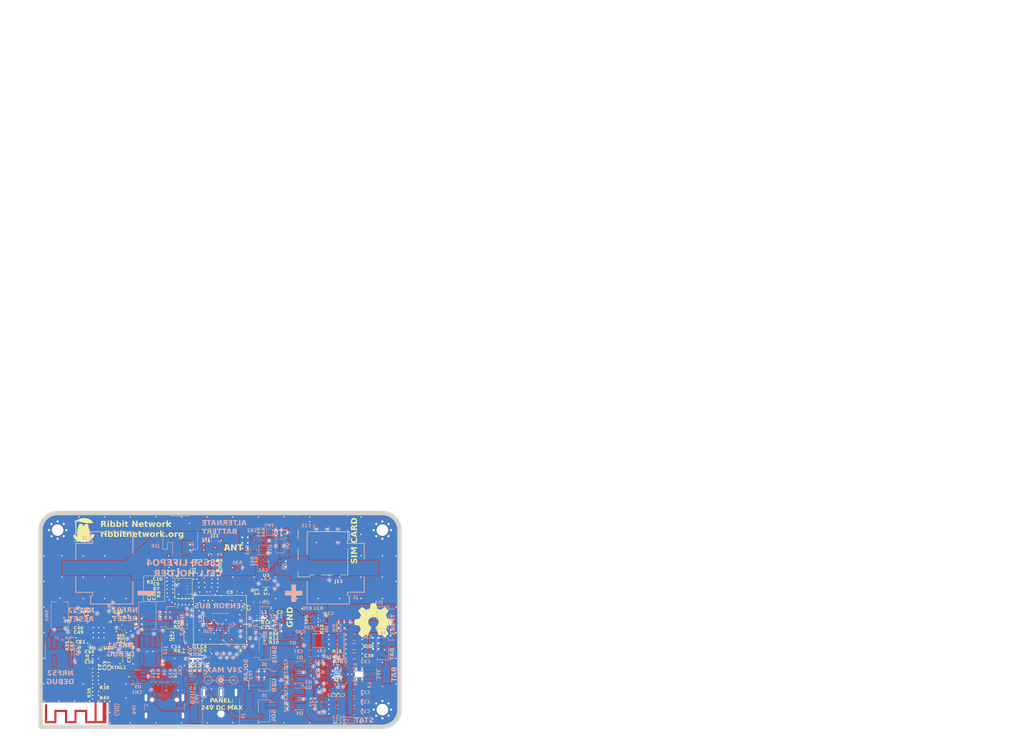
<source format=kicad_pcb>
(kicad_pcb
	(version 20241229)
	(generator "pcbnew")
	(generator_version "9.0")
	(general
		(thickness 1.611)
		(legacy_teardrops no)
	)
	(paper "A4")
	(layers
		(0 "F.Cu" signal)
		(4 "In1.Cu" power)
		(6 "In2.Cu" signal)
		(8 "In3.Cu" signal)
		(10 "In4.Cu" power)
		(2 "B.Cu" signal)
		(9 "F.Adhes" user "F.Adhesive")
		(11 "B.Adhes" user "B.Adhesive")
		(13 "F.Paste" user)
		(15 "B.Paste" user)
		(5 "F.SilkS" user "F.Silkscreen")
		(7 "B.SilkS" user "B.Silkscreen")
		(1 "F.Mask" user)
		(3 "B.Mask" user)
		(17 "Dwgs.User" user "User.Drawings")
		(19 "Cmts.User" user "User.Comments")
		(21 "Eco1.User" user "User.Eco1")
		(23 "Eco2.User" user "User.Eco2")
		(25 "Edge.Cuts" user)
		(27 "Margin" user)
		(31 "F.CrtYd" user "F.Courtyard")
		(29 "B.CrtYd" user "B.Courtyard")
		(35 "F.Fab" user)
		(33 "B.Fab" user)
	)
	(setup
		(stackup
			(layer "F.SilkS"
				(type "Top Silk Screen")
				(color "White")
			)
			(layer "F.Paste"
				(type "Top Solder Paste")
			)
			(layer "F.Mask"
				(type "Top Solder Mask")
				(color "Green")
				(thickness 0.025)
			)
			(layer "F.Cu"
				(type "copper")
				(thickness 0.035)
			)
			(layer "dielectric 1"
				(type "prepreg")
				(color "#808080FF")
				(thickness 0.069)
				(material "FR4")
				(epsilon_r 4.5)
				(loss_tangent 0.02)
			)
			(layer "In1.Cu"
				(type "copper")
				(thickness 0.03)
			)
			(layer "dielectric 2"
				(type "core")
				(color "FR4 natural")
				(thickness 0.075)
				(material "FR4")
				(epsilon_r 4.5)
				(loss_tangent 0.02)
			)
			(layer "In2.Cu"
				(type "copper")
				(thickness 0.03)
			)
			(layer "dielectric 3"
				(type "prepreg")
				(color "FR4 natural")
				(thickness 0.109)
				(material "FR4")
				(epsilon_r 4.5)
				(loss_tangent 0.02) addsublayer
				(color "FR4 natural")
				(thickness 0.865)
				(material "FR4")
				(epsilon_r 4.5)
				(loss_tangent 0.02) addsublayer
				(color "FR4 natural")
				(thickness 0.109)
				(material "FR4")
				(epsilon_r 4.5)
				(loss_tangent 0.02)
			)
			(layer "In3.Cu"
				(type "copper")
				(thickness 0.03)
			)
			(layer "dielectric 4"
				(type "core")
				(color "FR4 natural")
				(thickness 0.075)
				(material "FR4")
				(epsilon_r 4.5)
				(loss_tangent 0.02)
			)
			(layer "In4.Cu"
				(type "copper")
				(thickness 0.03)
			)
			(layer "dielectric 5"
				(type "prepreg")
				(thickness 0.069)
				(material "FR4")
				(epsilon_r 4.5)
				(loss_tangent 0.02)
			)
			(layer "B.Cu"
				(type "copper")
				(thickness 0.035)
			)
			(layer "B.Mask"
				(type "Bottom Solder Mask")
				(color "Green")
				(thickness 0.025)
			)
			(layer "B.Paste"
				(type "Bottom Solder Paste")
			)
			(layer "B.SilkS"
				(type "Bottom Silk Screen")
				(color "White")
			)
			(copper_finish "ENIG")
			(dielectric_constraints yes)
		)
		(pad_to_mask_clearance 0)
		(allow_soldermask_bridges_in_footprints no)
		(tenting none)
		(grid_origin 50.1 186.2)
		(pcbplotparams
			(layerselection 0x00000000_00000000_55555555_5757f5ff)
			(plot_on_all_layers_selection 0x00000000_00000000_00000000_00000000)
			(disableapertmacros no)
			(usegerberextensions no)
			(usegerberattributes yes)
			(usegerberadvancedattributes yes)
			(creategerberjobfile yes)
			(dashed_line_dash_ratio 12.000000)
			(dashed_line_gap_ratio 3.000000)
			(svgprecision 4)
			(plotframeref no)
			(mode 1)
			(useauxorigin no)
			(hpglpennumber 1)
			(hpglpenspeed 20)
			(hpglpendiameter 15.000000)
			(pdf_front_fp_property_popups yes)
			(pdf_back_fp_property_popups yes)
			(pdf_metadata yes)
			(pdf_single_document no)
			(dxfpolygonmode yes)
			(dxfimperialunits yes)
			(dxfusepcbnewfont yes)
			(psnegative no)
			(psa4output no)
			(plot_black_and_white yes)
			(plotinvisibletext no)
			(sketchpadsonfab no)
			(plotpadnumbers no)
			(hidednponfab no)
			(sketchdnponfab yes)
			(crossoutdnponfab yes)
			(subtractmaskfromsilk no)
			(outputformat 1)
			(mirror no)
			(drillshape 0)
			(scaleselection 1)
			(outputdirectory "outputs/PCB/")
		)
	)
	(net 0 "")
	(net 1 "GND")
	(net 2 "/PWR_nRF91")
	(net 3 "/nRF9151 - Power + RF/nRF91_VDD_GPIO")
	(net 4 "/nRF9151 - Power + RF/nRF91_VDD")
	(net 5 "Net-(U1A-DEC0)")
	(net 6 "/nRF9151 - Power + RF/LNA_EN_FILT")
	(net 7 "/nRF9151 - Power + RF/LNA_VCC_IN")
	(net 8 "/nRF9151 - GPIO + UICC/nRESET_FILT")
	(net 9 "VCC")
	(net 10 "/USB/PWR_USB_5V0_IN")
	(net 11 "/Power Management/ACDRV1_S")
	(net 12 "/Power Management/ACDRV1_G")
	(net 13 "/Power Management/ACDRV2_G")
	(net 14 "/Power Management/ACDRV2_S")
	(net 15 "/Power Management/PWR_VBUS")
	(net 16 "/Power Management/PMID")
	(net 17 "/PWR_USB_IN")
	(net 18 "/Power Management/REGN")
	(net 19 "/PWR_PANEL")
	(net 20 "/PWR_USB")
	(net 21 "/Power Management/BTST2")
	(net 22 "/Power Management/SW2")
	(net 23 "/Power Management/BTST1")
	(net 24 "/Power Management/SW1")
	(net 25 "/nRF52833/XC2")
	(net 26 "/PWR_3V3")
	(net 27 "/Power Management/CT")
	(net 28 "/Power Management/SDRV")
	(net 29 "/nRF52833/DEC3")
	(net 30 "/nRF52833/XC1")
	(net 31 "/nRF52833/ANT_MATCH")
	(net 32 "/PWR_nRF52")
	(net 33 "/nRF52833/DEC4_6")
	(net 34 "/USB/USB_CMC_D_P")
	(net 35 "/USB/USB_CC1")
	(net 36 "/USB/USB_CC2")
	(net 37 "/BAT_N")
	(net 38 "/USB/USB_CMC_D_N")
	(net 39 "Net-(U10-DEC1)")
	(net 40 "/nRF9151 - GPIO + UICC/LED_GREEN")
	(net 41 "/nRF9151 - GPIO + UICC/LED_RED")
	(net 42 "/nRF9151 - GPIO + UICC/LED_YELLOW")
	(net 43 "/nRF9151 - Power + RF/LTE_ANT")
	(net 44 "/nRF9151 - GPIO + UICC/APP_SIM_DETECT")
	(net 45 "/nRF9151 - GPIO + UICC/SIM_CLK_EXT")
	(net 46 "/nRF9151 - GPIO + UICC/SIM_RST_EXT")
	(net 47 "/nRF9151 - GPIO + UICC/SIM_IO_EXT")
	(net 48 "/PWR_BAT_IN")
	(net 49 "/PANEL_DETECT")
	(net 50 "/PWR_PANEL_IN")
	(net 51 "Net-(U10-P0.18{slash}RESET)")
	(net 52 "Net-(U10-DECUSB)")
	(net 53 "unconnected-(CN1-SBU2-PadB8)")
	(net 54 "unconnected-(CN1-SBU1-PadA8)")
	(net 55 "/I2C_SBUS.SDA")
	(net 56 "/I2C_SBUS.SCL")
	(net 57 "/nRF52833/nRF_GPIO0")
	(net 58 "unconnected-(J12-NC-Pad8)")
	(net 59 "/nRF52833/nRF52_SWCLK")
	(net 60 "/nRF52833/nRF91_SWD.nRESET")
	(net 61 "/nRF52_nRESET")
	(net 62 "/nRF52833/nRF52_SWDIO")
	(net 63 "unconnected-(J12-KEY-Pad7)")
	(net 64 "/nRF9151 - GPIO + UICC/SWO_UNUSED")
	(net 65 "unconnected-(J13-VPP{slash}SWP-PadC6)")
	(net 66 "/PWR_3V3_LS_OUT")
	(net 67 "/nRF9151 - Power + RF/FIL_OUT")
	(net 68 "/nRF9151 - Power + RF/AMP_IN")
	(net 69 "unconnected-(J15-NC-Pad8)")
	(net 70 "/nRF52833/ANT_BLE")
	(net 71 "/nRF52833/DCC_L")
	(net 72 "/nRF52833/DCC")
	(net 73 "Net-(U1A-ENABLE)")
	(net 74 "/nRF9151 - Power + RF/LTE_ANT_TUNED")
	(net 75 "/nRF9151 - GPIO + UICC/LNA_EN")
	(net 76 "unconnected-(J15-KEY-Pad7)")
	(net 77 "Net-(U6-LX2)")
	(net 78 "Net-(U6-LX1)")
	(net 79 "/Power Management/I2C_PMIC.SCL")
	(net 80 "/USB/USB_D_N")
	(net 81 "/USB/USB_D_P")
	(net 82 "/Power Management/ACDRV1")
	(net 83 "/Power Management/ACDRV2")
	(net 84 "/Power Management/PROG")
	(net 85 "/BOOST_PWM_EN")
	(net 86 "/Power Management/BATP")
	(net 87 "/nRF52833/RADIO")
	(net 88 "/nRF9151 - GPIO + UICC/SPI_FLASH_SCLK")
	(net 89 "/Power Management/TS")
	(net 90 "/Power Management/FB")
	(net 91 "/Power Management/ILIM_HIZ")
	(net 92 "unconnected-(U1C-COEX2-Pad54)")
	(net 93 "unconnected-(U1D-RESERVED-Pad82)")
	(net 94 "/Power Management/I2C_PMIC.SDA")
	(net 95 "unconnected-(U1D-RESERVED-Pad99)")
	(net 96 "/nRF9151 - GPIO + UICC/SPI_FLASH_SIO1")
	(net 97 "unconnected-(U1D-RESERVED-Pad31)")
	(net 98 "unconnected-(U1C-COEX1-Pad53)")
	(net 99 "unconnected-(U1C-MAGPIO0-Pad21)")
	(net 100 "/nRF9151 - GPIO + UICC/SIM_RST_IN")
	(net 101 "unconnected-(U1D-RESERVED-Pad103)")
	(net 102 "/nRF52833/nRF_GPIO2")
	(net 103 "unconnected-(U1C-SIM_DET-Pad26)")
	(net 104 "unconnected-(U1D-RESERVED-Pad101)")
	(net 105 "unconnected-(U1D-RESERVED-Pad32)")
	(net 106 "unconnected-(U1D-RESERVED-Pad33)")
	(net 107 "/nRF52833/UART0.TX")
	(net 108 "unconnected-(U1D-RESERVED-Pad90)")
	(net 109 "/nRF52833/BLE_SPI.MOSI")
	(net 110 "/nRF9151 - GPIO + UICC/SPI_FLASH_nHOLD{slash}SIO3")
	(net 111 "unconnected-(U1D-RESERVED-Pad92)")
	(net 112 "unconnected-(U1D-RESERVED-Pad100)")
	(net 113 "/nRF52833/BLE_SPI.nCS")
	(net 114 "unconnected-(U1D-RESERVED-Pad98)")
	(net 115 "/nRF52833/nRF_GPIO1")
	(net 116 "unconnected-(U1D-RESERVED-Pad84)")
	(net 117 "unconnected-(U1D-RESERVED-Pad86)")
	(net 118 "unconnected-(U1C-MAGPIO1-Pad22)")
	(net 119 "unconnected-(U1D-RESERVED-Pad91)")
	(net 120 "unconnected-(U1C-SDATA-Pad27)")
	(net 121 "unconnected-(U1C-MAGPIO2-Pad23)")
	(net 122 "unconnected-(U1C-SCLK-Pad28)")
	(net 123 "unconnected-(U1D-RESERVED-Pad96)")
	(net 124 "/nRF9151 - GPIO + UICC/SPI_FLASH_nWP{slash}SIO2")
	(net 125 "unconnected-(U1D-RESERVED-Pad81)")
	(net 126 "unconnected-(U1D-RESERVED-Pad104)")
	(net 127 "/nRF52833/nRF91_SWD.IO")
	(net 128 "/nRF9151 - GPIO + UICC/SIM_CLK_IN")
	(net 129 "unconnected-(U1C-VIO-Pad29)")
	(net 130 "/nRF52833/UART0.RX")
	(net 131 "unconnected-(U1D-RESERVED-Pad93)")
	(net 132 "unconnected-(U1D-RESERVED-Pad85)")
	(net 133 "/nRF52833/BLE_SPI.MISO")
	(net 134 "unconnected-(U1D-RESERVED-Pad97)")
	(net 135 "/nRF52833/BLE_SPI.CLK")
	(net 136 "unconnected-(U5-D+-Pad6)")
	(net 137 "unconnected-(U1D-RESERVED-Pad89)")
	(net 138 "unconnected-(U1D-RESERVED-Pad87)")
	(net 139 "unconnected-(U1D-RESERVED-Pad102)")
	(net 140 "/nRF9151 - Power + RF/GNSS_LNA_RF")
	(net 141 "/nRF9151 - GPIO + UICC/SIM_IO_IN")
	(net 142 "unconnected-(U1D-RESERVED-Pad94)")
	(net 143 "unconnected-(U1D-RESERVED-Pad83)")
	(net 144 "/nRF9151 - GPIO + UICC/SPI_FLASH_SI{slash}SIO0")
	(net 145 "/nRF9151 - GPIO + UICC/SPI_FLASH_nCS")
	(net 146 "/SBUS_EN")
	(net 147 "/nRF9151 - Power + RF/GNSS_RF")
	(net 148 "unconnected-(U1D-RESERVED-Pad88)")
	(net 149 "unconnected-(U1D-RESERVED-Pad95)")
	(net 150 "unconnected-(U5-D--Pad7)")
	(net 151 "unconnected-(U10-DEC5-Pad21)")
	(net 152 "/Power Management/nQON")
	(net 153 "/nRF52833/nRF_GPIO3")
	(net 154 "/nRF52833/nRF91_SWD.CLK")
	(net 155 "unconnected-(J15-SWO-Pad6)")
	(net 156 "/nRF52833/UART1.RX")
	(net 157 "/nRF52833/nRF91_SWD.SWO")
	(net 158 "/nRF52833/UART1.TX")
	(net 159 "/nRF52833/nRF_GPIO4")
	(net 160 "/BQ_nINT")
	(net 161 "/BQ_nCE")
	(net 162 "/Power Management/PWR_SYS")
	(net 163 "/Power Management/PWR_TPS63_VIN")
	(net 164 "/PWR_3V3_LS")
	(net 165 "/Battery Protection/VDD")
	(net 166 "/PWR_BATT")
	(net 167 "/nRF52833/RADIO_MATCH")
	(net 168 "Net-(D1-K)")
	(net 169 "Net-(D2-K)")
	(net 170 "Net-(D3-K)")
	(net 171 "/nRF9151 - GPIO + UICC/SCLK_TERM")
	(net 172 "/Battery Protection/CTR")
	(net 173 "/BAT_P")
	(net 174 "/Battery Protection/BAT_P_POL")
	(net 175 "/Battery Protection/CHG")
	(net 176 "/Battery Protection/DSG")
	(net 177 "/Battery Protection/BAT")
	(net 178 "/Battery Protection/PACK")
	(net 179 "/Power Management/STAT")
	(net 180 "unconnected-(U9-I{slash}O2-Pad3)")
	(net 181 "unconnected-(U9-I{slash}O1-Pad1)")
	(footprint "footprints:C_0402_1005Metric" (layer "F.Cu") (at 100.7 163))
	(footprint "footprints:R_0402_1005Metric" (layer "F.Cu") (at 87.4 170.3 90))
	(footprint "footprints:JAE_SF72S006VBDR2500" (layer "F.Cu") (at 115.18 145.685 180))
	(footprint "footprints:R_0402_1005Metric" (layer "F.Cu") (at 115.99 161.3 -90))
	(footprint "footprints:L_0402_1005Metric" (layer "F.Cu") (at 84.635 147.425))
	(footprint "footprints:R_0402_1005Metric" (layer "F.Cu") (at 82.45 152.275 180))
	(footprint "footprints:C_0201_0603Metric" (layer "F.Cu") (at 68.6 163.5 -90))
	(footprint "footprints:C_0201_0603Metric" (layer "F.Cu") (at 84.22 152.675))
	(footprint "footprints:R_0402_1005Metric" (layer "F.Cu") (at 100.7 161.9 180))
	(footprint "footprints:KOA_TEST_POINT_1206" (layer "F.Cu") (at 110.6 161.2 -90))
	(footprint "footprints:L_0402_1005Metric" (layer "F.Cu") (at 71.3 162.5 -90))
	(footprint "footprints:L_0603_1608Metric" (layer "F.Cu") (at 69.2 161.9))
	(footprint "footprints:C_0201_0603Metric" (layer "F.Cu") (at 69.8 170.1 -90))
	(footprint "footprints:R_0402_1005Metric" (layer "F.Cu") (at 100.7 160.6 180))
	(footprint "footprints:QFN-40-1EP_5x5mm_P0.4mm_EP3.6x3.6mm" (layer "F.Cu") (at 63.7 164.2 -90))
	(footprint "footprints:C_0201_0603Metric" (layer "F.Cu") (at 63.3 171.1))
	(footprint "footprints:R_0402_1005Metric" (layer "F.Cu") (at 85.2 170.3 90))
	(footprint "footprints:C_0201_0603Metric" (layer "F.Cu") (at 83.646 167.55545))
	(footprint "footprints:XTAL_MP06003_SMD_2016-4Pin_2.0x1.6mm"
		(layer "F.Cu")
		(uuid "385e6abd-8912-4e65-83ba-fea939d7eaff")
		(at 68 170.1 180)
		(descr "SMD Crystal SERIES SMD2016/4 http://www.q-crystal.com/upload/5/2015552223166229.pdf, 2.0x1.6mm^2 package")
		(tags "SMD SMT crystal")
		(property "Reference" "XTAL1"
			(at -0.3 -2.3 180)
			(layer "F.SilkS")
			(uuid "1879b462-78b3-4365-aeb4-4c57cac014cf")
			(effects
				(font
					(face "PT Mono")
					(size 0.8 0.762)
					(thickness 0.15)
					(bold yes)
				)
			)
			(render_cache "XTAL1" 0
				(polygon
					(pts
						(xy 66.935837 172.329585) (xy 66.724739 171.947296) (xy 66.895311 171.947296) (xy 67.004048 172.160325)
						(xy 67.028568 172.217478) (xy 67.052019 172.160325) (xy 67.162895 171.947296) (xy 67.328117 171.947296)
						(xy 67.113855 172.330709) (xy 67.334538 172.732) (xy 67.163966 172.732) (xy 67.049878 172.507785)
						(xy 67.021124 172.447261) (xy 66.993393 172.507785) (xy 66.874001 172.732) (xy 66.708733 172.732)
					)
				)
				(polygon
					(pts
						(xy 67.466585 172.610073) (xy 67.588117 172.610073) (xy 67.588117 172.069222) (xy 67.485755 172.069222)
						(xy 67.485755 172.20678) (xy 67.368504 172.20678) (xy 67.368504 171.947296) (xy 67.952666 171.947296)
						(xy 67.952666 172.20678) (xy 67.835415 172.20678) (xy 67.835415 172.069222) (xy 67.734169 172.069222)
						(xy 67.734169 172.610073) (xy 67.854631 172.610073) (xy 67.854631 172.732) (xy 67.466585 172.732)
					)
				)
				(polygon
					(pts
						(xy 68.613507 172.732) (xy 68.459964 172.732) (xy 68.406689 172.556926) (xy 68.183865 172.556926)
						(xy 68.132684 172.732) (xy 67.986632 172.732) (xy 68.077836 172.435) (xy 68.21797 172.435) (xy 68.377888 172.435)
						(xy 68.302186 172.172244) (xy 68.292602 172.172244) (xy 68.21797 172.435) (xy 68.077836 172.435)
						(xy 68.227602 171.947296) (xy 68.373654 171.947296)
					)
				)
				(polygon
					(pts
						(xy 69.061109 172.413116) (xy 69.193296 172.413116) (xy 69.193296 172.732) (xy 68.702888 172.732)
						(xy 68.702888 171.947296) (xy 68.84894 171.947296) (xy 68.84894 172.594442) (xy 69.061109 172.594442)
					)
				)
				(polygon
					(pts
						(xy 69.372243 172.610073) (xy 69.535325 172.610073) (xy 69.535325 172.118657) (xy 69.394623 172.23179)
						(xy 69.330647 172.142202) (xy 69.573711 171.947296) (xy 69.667512 171.947296) (xy 69.667512 172.610073)
						(xy 69.827429 172.610073) (xy 69.827429 172.732) (xy 69.372243 172.732)
					)
				)
			)
		)
		(property "Value" "32M"
			(at 0 2 180)
			(layer "F.Fab")
			(uuid "804206bb-3d73-47a0-a1ef-d55e987726bd")
			(effects
				(font
					(size 1 1)
					(thickness 0.15)
				)
			)
		)
		(property "Datasheet" "http://parts.djgood.ca/en/part/147/info"
			(at 0 0 180)
			(unlocked yes)
			(layer "F.Fab")
			(hide yes)
			(uuid "2172692b-583c-4b1d-b705-411c1f146a8b")
			(effects
				(font
					(size 1.27 1.27)
					(thickness 0.15)
				)
			)
		)
		(property "Description" "32 MHz ±10ppm Crystal 8pF 50 Ohms 4-SMD, No Lead"
			(at 0 0 180)
			(unlocked yes)
			(layer "F.Fab")
			(hide yes)
			(uuid "15080bc6-1f4a-4b64-bbbe-edf3d48ba14d")
			(effects
				(font
					(size 1.27 1.27)
					(thickness 0.15)
				)
			)
		)
		(property "Category" "Miscellaneous/Crystals"
			(at 0 0 180)
			(unlocked yes)
			(layer "F.Fab")
			(hide yes)
			(uuid "9aef04da-217a-4eb5-979b-84372f50322c")
			(effects
				(font
					(size 1 1)
					(thickness 0.15)
				)
			)
		)
		(property "MPN" "MP06003"
			(at 0 0 180)
			(unlocked yes)
			(layer "F.Fab")
			(hide yes)
			(uuid "94960919-ba10-4eeb-8360-2cb3ac335c2d")
			(effects
				(font
					(size 1 1)
					(thickness 0.15)
				)
			)
		)
		(property "Manufacturer" "Golledge Electronics Ltd"
			(at 0 0 180)
			(unlocked yes)
			(layer "F.Fab")
			(hide yes)
			(uuid "8ea7e13b-3ef4-4c8b-af03-c49709593698")
			(effects
				(font
					(size 1 1)
					(thickness 0.15)
				)
			)
		)
		(property "Manufacturing Status" "Active"
			(at 0 0 180)
			(unlocked yes)
			(layer "F.Fab")
			(hide yes)
			(uuid "3a48acb9-a76b-4698-8d71-0533cb3a2e30")
			(effects
				(font
					(size 1 1)
					(thickness 0.15)
				)
			)
		)
		(property "Part-DB Footprint" "4-SMD"
			(at 0 0 180)
			(unlocked yes)
			(layer "F.Fab")
			(hide yes)
			(uuid "89de35cb-025f-4315-8831-dede036ab9c8")
			(effects
				(font
					(size 1 1)
					(thickness 0.15)
				)
			)
		)
		(property "Part-DB ID" "147"
			(at 0 0 180)
			(unlocked yes)
			(layer "F.Fab")
			(hide yes)
			(uuid "8ee42b88-4f59-4ed4-b278-a4db25ce85dd")
			(effects
				(font
					(size 1 1)
					(thickness 0.15)
				)
			)
		)
		(property ki_fp_filters "Crystal*")
		(path "/420b862b-0729-4a30-988b-61e1201e05b5/9873efda-e8b3-43fa-877a-075e734081c5")
		(sheetname "/nRF52833/")
		(sheetfile "nrf52833.kicad_sch")
		(attr smd)
		(fp_line
			(start -1.35 1.15)
			(end 1.35 1.15)
			(stroke
				(width 0.12)
				(type solid)
			)
			(layer "F.SilkS")
			(uuid "4f8864e7-6623-4bfe-8de9-6da33427ad5f")
		)
		(fp_line
			(start -1.35 -1.15)
			(end -1.35 1.15)
			(stroke
				(width 0.12)
				(type solid)
			)
			(layer "F.SilkS")
			(uuid "764cc028-cdf0-40fd-99e1-15bef51c576b")
		)
		(fp_line
			(start 1.4 1.15)
			(end 1.4 -1.15)
			(stroke
				(width 0.05)
				(type solid)
			)
			(layer "F.CrtYd")
			(uuid "e1a845ce-d2bf-46b4-be82-66d651b479eb")
		)
		(fp_line
			(start 1.4 -1.15)
			(end -1.4 -1.15)
			(stroke
				(width 0.05)
				(type solid)
			)
			(layer "F.CrtYd")
			(uuid "b8fd671c-2158-45d0-b22a-c686c284ceef")
		)
		(fp_line
			(start -1.4 1.15)
			(end 1.4 1.15)
			(stroke
				(width 0.05)
				(type solid)
			)
			(layer "F.CrtYd")
			(uuid "8da8a049-8830-477e-b84f-7448990d08a0")
		)
		(fp_line
			(start -1.4 -1.15)
			(end -1.4 1.15)
			(stroke
				(width 0.05)
				(type solid)
			)
			(layer "F.CrtYd")
			(uuid "009726d5-6be0-451a-9ca8-2021eb5650bb")
		)
		(fp_line
			(start 1 0.7)
			(end 0.9 0.8)
			(stroke
				(width 0.1)
				(type solid)
			)
			(layer "F.Fab")
			(uuid "1ba49aef-3024-4d25-b1b8-3d1945c47355")
		)
		(fp_line
			(start 1 -0.7)
			(end 1 0.7)
			(stroke
				(width 0.1)
				(type solid)
			)
			(layer "F.Fab")
			(uuid "e7b55f63-8e83-4260-84db-74b19566d1b1")
		)
		(fp_line
			(start 0.9 0.8)
			(end -0.9 0.8)
			(stroke
				(width 0.1)
				(type solid)
			)
			(layer "F.Fab")
			(uuid "754ae679-996b-441a-8758-17b78d915b05")
		)
		(fp_line
			(start 0.9 -0.8)
			(end 1 -0.7)
			(stroke
				(width 0.1)
				(type solid)
			)
			(layer "F.Fab")
			(uuid "783b1923-2f0a-44c2-8a56-96cf1a3f8976")
		)
		(fp_line
			(start -0.9 0.8)
			(end -1 0.7)
			(stroke
				(width 0.1)
				(type solid)
			)
			(layer "F.Fab")
			(uuid "2dee07a9-3dc7-4cf8-bdc4-ea40dbbc484f")
		)
		(fp_line
			(start -0.9 -0.8)
			(end 0.9 -0.8)
			(stroke
				(width 0.1)
				(type solid)
			)
			(layer "F.Fab")
			(uuid "f0bafe19-900f-4c96-9aaf-c1416606c2b8")
		)
		(fp_line
			(start -1 0.7)
			(end -1 -0.7)
			(stroke
				(width 0.1)
				(type solid)
			)
			(layer "F.Fab")
			(uuid "6ed8cc8e-d834-46e0-a7ad-03900bd650c3")
		)
		(fp_line
			(start -1 0.3)
			(end -0.5 0.8)
			(stroke
				(width 0.1)
				(type solid)
			)
			(layer "F.Fab")
			(uuid "a191c0b2-23c1-47ab-be59-9935493d81c1")
		)
		(fp_line
			(start -1 -0.7)
			(end -0.9 -0.8)
			(stroke
				(width 0.1)
				(type solid)
			)
			(layer "F.Fab")
			(uuid "4bc4c89b-ed83-43ab-991d-da091166f4b5")
		)
		(fp_text user "${REFERENCE}"
			(at 0 0 180)
			(layer "F.Fab")
			(uuid "52385e11-dd72-4958-ad68-898e6e1b07cb")
			(effects
				(font
					(size 0.5 0.5)
					(thickness 0.075)
				)
			)
		)
		(pad "1" smd rect
			(at -0.725 0.575 180)
			(size 0.95 0.85)
			(layers "F.Cu" "F.Mask" "F.Paste")
			(net 25 "/nRF52833/XC2")
			(pinfunction "1")
			(pintype "passive")
			(uuid "cc081d0e-cb49-4d0c-91a9-ed681b89db53")
		)
		(pad "2" smd rect
			(at 0.725 0.575 180)
			(size 0.95 0.85)
			(layers "F.Cu" "F.Mask" "F.Paste")
			(net 1 "GND")
			(pinfunction "2")
			(pintype "passive")
			(uuid "6f691410-8101-4a1b-832d-f20000fbbfad")
		)
		(pad "3" smd rect
			(at 0.725 -0.575 180)
			(size 0.95 0.85)
			(layers "F.Cu" "F.Mask" "F.Paste")
			(net 30 "/nRF52833/XC1")
			(pinfunction "3")
			(pintype "passive")
			(uuid "d8a6345c-6f29-4533-8707-8cec16eebadf")
		)
		(pad "4" smd rect
			(at -0.725 -0.575 180)
			(size 0.95 0.85)
			(layers "F.Cu" "F.Mask" "F.Paste")
			(net 1 "GND")
			(pinfunction "4")
			(pintype "passive")
			(uuid "b2d49f80-f9ef-4521-a7e3-2c7bb9dd7cde")
		)
		(embedded_fonts no)
		(model "${HTTP_LIBR
... [4858433 chars truncated]
</source>
